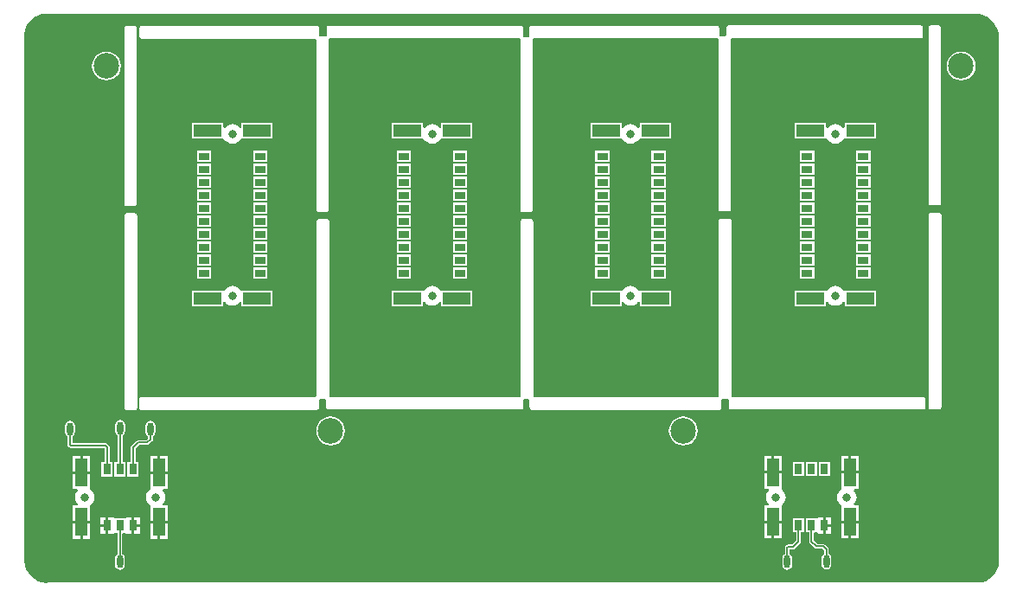
<source format=gtl>
G04*
G04 #@! TF.GenerationSoftware,Altium Limited,Altium Designer,20.1.8 (145)*
G04*
G04 Layer_Physical_Order=1*
G04 Layer_Color=824512*
%FSAX24Y24*%
%MOIN*%
G70*
G04*
G04 #@! TF.SameCoordinates,11B2BD8A-5282-4B5C-B75C-580E7C91704B*
G04*
G04*
G04 #@! TF.FilePolarity,Positive*
G04*
G01*
G75*
%ADD14O,0.0250X0.0500*%
%ADD15R,0.0433X0.0315*%
%ADD16R,0.1083X0.0472*%
%ADD17R,0.0472X0.1083*%
%ADD18R,0.0315X0.0433*%
%ADD26C,0.0060*%
%ADD27C,0.0315*%
%ADD28C,0.0984*%
%ADD29C,0.0240*%
G36*
X040006Y025696D02*
X040177Y025644D01*
X040334Y025560D01*
X040472Y025447D01*
X040586Y025309D01*
X040670Y025151D01*
X040722Y024980D01*
X040739Y024807D01*
X040734Y024782D01*
X040736Y019853D01*
X040737Y015375D01*
X040744Y015341D01*
X040748Y004612D01*
X040748Y004611D01*
X040733Y004456D01*
X040686Y004301D01*
X040609Y004158D01*
X040506Y004033D01*
X040381Y003930D01*
X040238Y003854D01*
X040083Y003807D01*
X039927Y003792D01*
X039925Y003792D01*
X004107D01*
X004107Y003794D01*
X004038Y003788D01*
X003870Y003804D01*
X003708Y003853D01*
X003559Y003933D01*
X003428Y004040D01*
X003321Y004171D01*
X003241Y004320D01*
X003192Y004482D01*
X003178Y004624D01*
X003178Y004674D01*
X003178D01*
X003177Y004723D01*
X003177Y024826D01*
X003177Y024871D01*
X003177Y024876D01*
X003181Y024923D01*
X003192Y025034D01*
X003240Y025191D01*
X003317Y025336D01*
X003421Y025463D01*
X003548Y025567D01*
X003693Y025644D01*
X003850Y025692D01*
X003969Y025704D01*
X004018Y025707D01*
X004018Y025707D01*
X004020Y025708D01*
X004067Y025710D01*
X039840Y025712D01*
X039840Y025712D01*
X040006Y025696D01*
D02*
G37*
%LPC*%
G36*
X038108Y025260D02*
X038108Y025260D01*
X038108Y025260D01*
X038093Y025257D01*
X038074Y025253D01*
X038074Y025253D01*
X038074D01*
X038064Y025246D01*
X038046Y025235D01*
X038046Y025235D01*
X038046Y025235D01*
X038035Y025217D01*
X038028Y025206D01*
Y025206D01*
X038028Y025206D01*
X038024Y025188D01*
X038021Y025173D01*
X038021Y025173D01*
X038021Y025173D01*
Y018410D01*
X038028Y018377D01*
X038046Y018349D01*
X038074Y018330D01*
X038108Y018323D01*
X038423D01*
X038456Y018330D01*
X038485Y018349D01*
X038503Y018377D01*
X038510Y018410D01*
Y025173D01*
X038507Y025188D01*
X038503Y025206D01*
X038503Y025206D01*
Y025206D01*
X038496Y025217D01*
X038485Y025235D01*
X038485Y025235D01*
X038485Y025235D01*
X038467Y025246D01*
X038456Y025253D01*
X038456D01*
X038456Y025253D01*
X038438Y025257D01*
X038423Y025260D01*
X038108Y025260D01*
D02*
G37*
G36*
X007108Y025240D02*
X007108Y025240D01*
X007108Y025240D01*
X007093Y025237D01*
X007074Y025233D01*
X007074Y025233D01*
X007074D01*
X007064Y025226D01*
X007046Y025215D01*
X007046Y025215D01*
X007046Y025215D01*
X007035Y025197D01*
X007028Y025186D01*
Y025186D01*
X007028Y025186D01*
X007024Y025168D01*
X007021Y025153D01*
X007021Y025153D01*
X007021Y025153D01*
Y018390D01*
X007028Y018357D01*
X007046Y018329D01*
X007074Y018310D01*
X007108Y018303D01*
X007423D01*
X007456Y018310D01*
X007485Y018329D01*
X007503Y018357D01*
X007507Y018374D01*
X007513Y018390D01*
X007513Y025163D01*
X007494Y025209D01*
X007494Y025209D01*
X007486Y025213D01*
X007485Y025215D01*
X007485Y025215D01*
X007485Y025215D01*
X007467Y025226D01*
X007456Y025233D01*
X007456D01*
X007456Y025233D01*
X007438Y025237D01*
X007423Y025240D01*
X007108Y025240D01*
D02*
G37*
G36*
X030320Y025263D02*
X030304Y025257D01*
X030287Y025253D01*
X030287Y025253D01*
X030287D01*
X030276Y025246D01*
X030259Y025235D01*
X030259Y025235D01*
X030259Y025235D01*
X030247Y025217D01*
X030240Y025206D01*
Y025206D01*
X030240Y025206D01*
X030236Y025188D01*
X030233Y025173D01*
X030233Y024858D01*
X030233Y024858D01*
X030187Y024837D01*
X030017D01*
X030005Y024834D01*
X029997Y024837D01*
X029962Y024863D01*
X029957Y024872D01*
Y025163D01*
X029950Y025196D01*
X029931Y025225D01*
X029903Y025243D01*
X029886Y025247D01*
X029870Y025253D01*
X022730Y025253D01*
X022714Y025247D01*
X022697Y025243D01*
X022697Y025243D01*
X022697D01*
X022686Y025236D01*
X022669Y025225D01*
X022669Y025225D01*
X022669Y025225D01*
X022657Y025207D01*
X022650Y025196D01*
Y025196D01*
X022650Y025196D01*
X022646Y025178D01*
X022643Y025163D01*
X022643Y024848D01*
X022643Y024848D01*
X022602Y024817D01*
X022432D01*
X022407Y024848D01*
Y025163D01*
X022400Y025196D01*
X022381Y025225D01*
X022353Y025243D01*
X022336Y025247D01*
X022320Y025253D01*
X014910Y025253D01*
X014894Y025247D01*
X014877Y025243D01*
X014877Y025243D01*
X014877D01*
X014866Y025236D01*
X014849Y025225D01*
X014849Y025225D01*
X014849Y025225D01*
X014837Y025207D01*
X014830Y025196D01*
Y025196D01*
X014830Y025196D01*
X014826Y025178D01*
X014823Y025163D01*
X014823Y024848D01*
X014823Y024848D01*
X014777Y024827D01*
X014556D01*
X014547Y024838D01*
Y025153D01*
X014540Y025186D01*
X014521Y025215D01*
X014493Y025233D01*
X014476Y025237D01*
X014460Y025243D01*
X007687Y025243D01*
X007641Y025224D01*
X007641Y025224D01*
X007638Y025216D01*
X007635Y025215D01*
X007635Y025215D01*
X007635Y025215D01*
X007624Y025197D01*
X007617Y025186D01*
Y025186D01*
X007617Y025186D01*
X007613Y025168D01*
X007610Y025153D01*
X007610Y024838D01*
X007610Y024838D01*
X007610Y024838D01*
X007613Y024823D01*
X007617Y024804D01*
X007617Y024804D01*
Y024804D01*
X007624Y024794D01*
X007635Y024776D01*
X007635Y024776D01*
X007635Y024776D01*
X007653Y024765D01*
X007664Y024758D01*
X007664D01*
X007664Y024758D01*
X007682Y024754D01*
X007697Y024751D01*
X007697Y024751D01*
X007697Y024751D01*
X014381D01*
X014427Y024701D01*
X014427Y018170D01*
X014433Y018154D01*
X014437Y018137D01*
X014437Y018137D01*
Y018137D01*
X014444Y018126D01*
X014455Y018109D01*
X014455Y018109D01*
X014455Y018109D01*
X014473Y018097D01*
X014484Y018090D01*
X014484D01*
X014484Y018090D01*
X014502Y018086D01*
X014517Y018083D01*
X014832Y018083D01*
X014832Y018083D01*
X014832Y018083D01*
X014847Y018086D01*
X014866Y018090D01*
X014866Y018090D01*
X014866D01*
X014876Y018097D01*
X014894Y018109D01*
X014894Y018109D01*
X014894Y018109D01*
X014905Y018126D01*
X014912Y018137D01*
Y018137D01*
X014912Y018137D01*
X014916Y018156D01*
X014919Y018170D01*
X014919Y018170D01*
X014919Y018170D01*
Y024740D01*
X014936Y024761D01*
X022245D01*
X022290Y024730D01*
Y018160D01*
X022293Y018146D01*
X022297Y018127D01*
X022297Y018127D01*
Y018127D01*
X022304Y018116D01*
X022315Y018099D01*
X022315Y018099D01*
X022315Y018099D01*
X022333Y018087D01*
X022344Y018080D01*
X022344D01*
X022344Y018080D01*
X022362Y018076D01*
X022377Y018073D01*
X022692Y018073D01*
X022692Y018073D01*
X022692Y018073D01*
X022707Y018076D01*
X022726Y018080D01*
X022726Y018080D01*
X022726D01*
X022736Y018087D01*
X022754Y018099D01*
X022754Y018099D01*
X022754Y018099D01*
X022765Y018116D01*
X022772Y018127D01*
Y018127D01*
X022772Y018127D01*
X022776Y018146D01*
X022779Y018160D01*
X022779Y018160D01*
X022779Y018160D01*
Y024730D01*
X022804Y024761D01*
X029870D01*
X029881Y024763D01*
X029884Y024762D01*
X029924Y024730D01*
X029927Y024725D01*
X029927Y018180D01*
X029933Y018164D01*
X029937Y018147D01*
X029937Y018147D01*
Y018147D01*
X029944Y018136D01*
X029955Y018119D01*
X029955Y018119D01*
X029955Y018119D01*
X029973Y018107D01*
X029984Y018100D01*
X029984D01*
X029984Y018100D01*
X030002Y018096D01*
X030017Y018093D01*
X030332Y018093D01*
X030332Y018093D01*
X030332Y018093D01*
X030347Y018096D01*
X030366Y018100D01*
X030366Y018100D01*
X030366D01*
X030376Y018107D01*
X030394Y018119D01*
X030394Y018119D01*
X030394Y018119D01*
X030405Y018136D01*
X030412Y018147D01*
Y018147D01*
X030412Y018147D01*
X030416Y018166D01*
X030419Y018180D01*
X030419Y018180D01*
X030419Y018180D01*
Y024750D01*
X030466Y024771D01*
X037730D01*
X037763Y024778D01*
X037791Y024796D01*
X037810Y024824D01*
X037817Y024858D01*
Y025173D01*
X037810Y025206D01*
X037791Y025235D01*
X037763Y025253D01*
X037746Y025257D01*
X037730Y025263D01*
X030320Y025263D01*
D02*
G37*
G36*
X006342Y024253D02*
X006197Y024234D01*
X006063Y024179D01*
X005948Y024090D01*
X005859Y023975D01*
X005804Y023840D01*
X005785Y023696D01*
X005804Y023552D01*
X005859Y023418D01*
X005948Y023302D01*
X006063Y023214D01*
X006197Y023158D01*
X006342Y023139D01*
X006486Y023158D01*
X006620Y023214D01*
X006735Y023302D01*
X006824Y023418D01*
X006879Y023552D01*
X006898Y023696D01*
X006879Y023840D01*
X006824Y023975D01*
X006735Y024090D01*
X006620Y024179D01*
X006486Y024234D01*
X006342Y024253D01*
D02*
G37*
G36*
X039286Y024253D02*
X039142Y024234D01*
X039007Y024179D01*
X038892Y024090D01*
X038803Y023975D01*
X038748Y023840D01*
X038729Y023696D01*
X038748Y023552D01*
X038803Y023418D01*
X038892Y023302D01*
X039007Y023214D01*
X039142Y023158D01*
X039286Y023139D01*
X039430Y023158D01*
X039564Y023214D01*
X039679Y023302D01*
X039768Y023418D01*
X039824Y023552D01*
X039843Y023696D01*
X039824Y023840D01*
X039768Y023975D01*
X039679Y024090D01*
X039564Y024179D01*
X039430Y024234D01*
X039286Y024253D01*
D02*
G37*
G36*
X035991Y021502D02*
X034789D01*
Y021325D01*
X034739Y021308D01*
X034703Y021355D01*
X034624Y021415D01*
X034533Y021453D01*
X034435Y021465D01*
X034338Y021453D01*
X034246Y021415D01*
X034168Y021355D01*
X034132Y021308D01*
X034082Y021325D01*
Y021502D01*
X032879D01*
Y020909D01*
X034082D01*
X034121Y020882D01*
X034168Y020820D01*
X034246Y020760D01*
X034338Y020722D01*
X034435Y020709D01*
X034533Y020722D01*
X034624Y020760D01*
X034703Y020820D01*
X034750Y020882D01*
X034789Y020909D01*
X035991D01*
Y021502D01*
D02*
G37*
G36*
X028101D02*
X026898D01*
Y021325D01*
X026848Y021308D01*
X026812Y021355D01*
X026734Y021415D01*
X026643Y021453D01*
X026545Y021465D01*
X026447Y021453D01*
X026356Y021415D01*
X026278Y021355D01*
X026242Y021308D01*
X026192Y021325D01*
Y021502D01*
X024989D01*
Y020909D01*
X026192D01*
X026230Y020882D01*
X026278Y020820D01*
X026356Y020760D01*
X026447Y020722D01*
X026545Y020709D01*
X026643Y020722D01*
X026734Y020760D01*
X026812Y020820D01*
X026860Y020882D01*
X026898Y020909D01*
X028101D01*
Y021502D01*
D02*
G37*
G36*
X020449D02*
X019246D01*
Y021325D01*
X019196Y021308D01*
X019160Y021355D01*
X019082Y021415D01*
X018990Y021453D01*
X018892Y021465D01*
X018795Y021453D01*
X018703Y021415D01*
X018625Y021355D01*
X018589Y021308D01*
X018539Y021325D01*
Y021502D01*
X017336D01*
Y020909D01*
X018539D01*
X018578Y020882D01*
X018625Y020820D01*
X018703Y020760D01*
X018795Y020722D01*
X018892Y020709D01*
X018990Y020722D01*
X019082Y020760D01*
X019160Y020820D01*
X019207Y020882D01*
X019246Y020909D01*
X020449D01*
Y021502D01*
D02*
G37*
G36*
X012750D02*
X011547D01*
Y021325D01*
X011497Y021308D01*
X011461Y021355D01*
X011383Y021415D01*
X011292Y021453D01*
X011194Y021465D01*
X011096Y021453D01*
X011005Y021415D01*
X010926Y021355D01*
X010890Y021308D01*
X010840Y021325D01*
Y021502D01*
X009638D01*
Y020909D01*
X010840D01*
X010879Y020882D01*
X010926Y020820D01*
X011005Y020760D01*
X011096Y020722D01*
X011194Y020709D01*
X011292Y020722D01*
X011383Y020760D01*
X011461Y020820D01*
X011508Y020882D01*
X011547Y020909D01*
X012750D01*
Y021502D01*
D02*
G37*
G36*
X035795Y020435D02*
X035242D01*
Y020000D01*
X035795D01*
Y020435D01*
D02*
G37*
G36*
X033629D02*
X033076D01*
Y020000D01*
X033629D01*
Y020435D01*
D02*
G37*
G36*
X027904D02*
X027351D01*
Y020000D01*
X027904D01*
Y020435D01*
D02*
G37*
G36*
X025739D02*
X025186D01*
Y020000D01*
X025739D01*
Y020435D01*
D02*
G37*
G36*
X020252D02*
X019699D01*
Y020000D01*
X020252D01*
Y020435D01*
D02*
G37*
G36*
X018086D02*
X017533D01*
Y020000D01*
X018086D01*
Y020435D01*
D02*
G37*
G36*
X012553D02*
X012000D01*
Y020000D01*
X012553D01*
Y020435D01*
D02*
G37*
G36*
X010387D02*
X009834D01*
Y020000D01*
X010387D01*
Y020435D01*
D02*
G37*
G36*
X035795Y019935D02*
X035242D01*
Y019500D01*
X035795D01*
Y019935D01*
D02*
G37*
G36*
X033629D02*
X033076D01*
Y019500D01*
X033629D01*
Y019935D01*
D02*
G37*
G36*
X027904D02*
X027351D01*
Y019500D01*
X027904D01*
Y019935D01*
D02*
G37*
G36*
X025739D02*
X025186D01*
Y019500D01*
X025739D01*
Y019935D01*
D02*
G37*
G36*
X020252D02*
X019699D01*
Y019500D01*
X020252D01*
Y019935D01*
D02*
G37*
G36*
X018086D02*
X017533D01*
Y019500D01*
X018086D01*
Y019935D01*
D02*
G37*
G36*
X012553D02*
X012000D01*
Y019500D01*
X012553D01*
Y019935D01*
D02*
G37*
G36*
X010387D02*
X009834D01*
Y019500D01*
X010387D01*
Y019935D01*
D02*
G37*
G36*
X035795Y019435D02*
X035242D01*
Y019000D01*
X035795D01*
Y019435D01*
D02*
G37*
G36*
X033629D02*
X033076D01*
Y019000D01*
X033629D01*
Y019435D01*
D02*
G37*
G36*
X027904D02*
X027351D01*
Y019000D01*
X027904D01*
Y019435D01*
D02*
G37*
G36*
X025739D02*
X025186D01*
Y019000D01*
X025739D01*
Y019435D01*
D02*
G37*
G36*
X020252D02*
X019699D01*
Y019000D01*
X020252D01*
Y019435D01*
D02*
G37*
G36*
X018086D02*
X017533D01*
Y019000D01*
X018086D01*
Y019435D01*
D02*
G37*
G36*
X012553D02*
X012000D01*
Y019000D01*
X012553D01*
Y019435D01*
D02*
G37*
G36*
X010387D02*
X009834D01*
Y019000D01*
X010387D01*
Y019435D01*
D02*
G37*
G36*
X035795Y018935D02*
X035242D01*
Y018500D01*
X035795D01*
Y018935D01*
D02*
G37*
G36*
X033629D02*
X033076D01*
Y018500D01*
X033629D01*
Y018935D01*
D02*
G37*
G36*
X027904D02*
X027351D01*
Y018500D01*
X027904D01*
Y018935D01*
D02*
G37*
G36*
X025739D02*
X025186D01*
Y018500D01*
X025739D01*
Y018935D01*
D02*
G37*
G36*
X020252D02*
X019699D01*
Y018500D01*
X020252D01*
Y018935D01*
D02*
G37*
G36*
X018086D02*
X017533D01*
Y018500D01*
X018086D01*
Y018935D01*
D02*
G37*
G36*
X012553D02*
X012000D01*
Y018500D01*
X012553D01*
Y018935D01*
D02*
G37*
G36*
X010387D02*
X009834D01*
Y018500D01*
X010387D01*
Y018935D01*
D02*
G37*
G36*
X038118Y018047D02*
X038118Y018047D01*
X038118Y018047D01*
X038103Y018044D01*
X038084Y018040D01*
X038084Y018040D01*
X038084D01*
X038074Y018033D01*
X038056Y018021D01*
X038056Y018021D01*
X038056Y018021D01*
X038045Y018004D01*
X038038Y017993D01*
Y017993D01*
X038038Y017993D01*
X038034Y017974D01*
X038031Y017960D01*
X038031Y017960D01*
X038031Y017960D01*
Y010550D01*
X038038Y010517D01*
X038056Y010489D01*
X038084Y010470D01*
X038118Y010463D01*
X038433D01*
X038466Y010470D01*
X038495Y010489D01*
X038513Y010517D01*
X038517Y010534D01*
X038523Y010550D01*
X038523Y017960D01*
X038517Y017976D01*
X038513Y017993D01*
X038513Y017993D01*
Y017993D01*
X038506Y018004D01*
X038495Y018021D01*
X038495Y018021D01*
X038495Y018021D01*
X038477Y018033D01*
X038466Y018040D01*
X038466D01*
X038466Y018040D01*
X038448Y018044D01*
X038433Y018047D01*
X038118Y018047D01*
D02*
G37*
G36*
X007118Y018027D02*
X007118Y018027D01*
X007118Y018027D01*
X007103Y018024D01*
X007084Y018020D01*
X007084Y018020D01*
X007084D01*
X007074Y018013D01*
X007056Y018001D01*
X007056Y018001D01*
X007056Y018001D01*
X007045Y017984D01*
X007038Y017973D01*
Y017973D01*
X007038Y017973D01*
X007034Y017954D01*
X007031Y017940D01*
X007031Y017940D01*
X007031Y017940D01*
Y010530D01*
X007038Y010497D01*
X007056Y010469D01*
X007084Y010450D01*
X007118Y010443D01*
X007433D01*
X007466Y010450D01*
X007495Y010469D01*
X007513Y010497D01*
X007517Y010514D01*
X007523Y010530D01*
X007523Y017940D01*
X007517Y017956D01*
X007513Y017973D01*
X007513Y017973D01*
Y017973D01*
X007506Y017984D01*
X007495Y018001D01*
X007495Y018001D01*
X007495Y018001D01*
X007477Y018013D01*
X007466Y018020D01*
X007466D01*
X007466Y018020D01*
X007448Y018024D01*
X007433Y018027D01*
X007118Y018027D01*
D02*
G37*
G36*
X035795Y018435D02*
X035242D01*
Y018000D01*
X035795D01*
Y018435D01*
D02*
G37*
G36*
X033629D02*
X033076D01*
Y018000D01*
X033629D01*
Y018435D01*
D02*
G37*
G36*
X027904D02*
X027351D01*
Y018000D01*
X027904D01*
Y018435D01*
D02*
G37*
G36*
X025739D02*
X025186D01*
Y018000D01*
X025739D01*
Y018435D01*
D02*
G37*
G36*
X020252D02*
X019699D01*
Y018000D01*
X020252D01*
Y018435D01*
D02*
G37*
G36*
X018086D02*
X017533D01*
Y018000D01*
X018086D01*
Y018435D01*
D02*
G37*
G36*
X012553D02*
X012000D01*
Y018000D01*
X012553D01*
Y018435D01*
D02*
G37*
G36*
X010387D02*
X009834D01*
Y018000D01*
X010387D01*
Y018435D01*
D02*
G37*
G36*
X035795Y017935D02*
X035242D01*
Y017500D01*
X035795D01*
Y017935D01*
D02*
G37*
G36*
X033629D02*
X033076D01*
Y017500D01*
X033629D01*
Y017935D01*
D02*
G37*
G36*
X027904D02*
X027351D01*
Y017500D01*
X027904D01*
Y017935D01*
D02*
G37*
G36*
X025739D02*
X025186D01*
Y017500D01*
X025739D01*
Y017935D01*
D02*
G37*
G36*
X020252D02*
X019699D01*
Y017500D01*
X020252D01*
Y017935D01*
D02*
G37*
G36*
X018086D02*
X017533D01*
Y017500D01*
X018086D01*
Y017935D01*
D02*
G37*
G36*
X012553D02*
X012000D01*
Y017500D01*
X012553D01*
Y017935D01*
D02*
G37*
G36*
X010387D02*
X009834D01*
Y017500D01*
X010387D01*
Y017935D01*
D02*
G37*
G36*
X035795Y017435D02*
X035242D01*
Y017000D01*
X035795D01*
Y017435D01*
D02*
G37*
G36*
X033629D02*
X033076D01*
Y017000D01*
X033629D01*
Y017435D01*
D02*
G37*
G36*
X027904D02*
X027351D01*
Y017000D01*
X027904D01*
Y017435D01*
D02*
G37*
G36*
X025739D02*
X025186D01*
Y017000D01*
X025739D01*
Y017435D01*
D02*
G37*
G36*
X020252D02*
X019699D01*
Y017000D01*
X020252D01*
Y017435D01*
D02*
G37*
G36*
X018086D02*
X017533D01*
Y017000D01*
X018086D01*
Y017435D01*
D02*
G37*
G36*
X012553D02*
X012000D01*
Y017000D01*
X012553D01*
Y017435D01*
D02*
G37*
G36*
X010387D02*
X009834D01*
Y017000D01*
X010387D01*
Y017435D01*
D02*
G37*
G36*
X035795Y016935D02*
X035242D01*
Y016500D01*
X035795D01*
Y016935D01*
D02*
G37*
G36*
X033629D02*
X033076D01*
Y016500D01*
X033629D01*
Y016935D01*
D02*
G37*
G36*
X027904D02*
X027351D01*
Y016500D01*
X027904D01*
Y016935D01*
D02*
G37*
G36*
X025739D02*
X025186D01*
Y016500D01*
X025739D01*
Y016935D01*
D02*
G37*
G36*
X020252D02*
X019699D01*
Y016500D01*
X020252D01*
Y016935D01*
D02*
G37*
G36*
X018086D02*
X017533D01*
Y016500D01*
X018086D01*
Y016935D01*
D02*
G37*
G36*
X012553D02*
X012000D01*
Y016500D01*
X012553D01*
Y016935D01*
D02*
G37*
G36*
X010387D02*
X009834D01*
Y016500D01*
X010387D01*
Y016935D01*
D02*
G37*
G36*
X035795Y016435D02*
X035242D01*
Y016000D01*
X035795D01*
Y016435D01*
D02*
G37*
G36*
X033629D02*
X033076D01*
Y016000D01*
X033629D01*
Y016435D01*
D02*
G37*
G36*
X027904D02*
X027351D01*
Y016000D01*
X027904D01*
Y016435D01*
D02*
G37*
G36*
X025739D02*
X025186D01*
Y016000D01*
X025739D01*
Y016435D01*
D02*
G37*
G36*
X020252D02*
X019699D01*
Y016000D01*
X020252D01*
Y016435D01*
D02*
G37*
G36*
X018086D02*
X017533D01*
Y016000D01*
X018086D01*
Y016435D01*
D02*
G37*
G36*
X012553D02*
X012000D01*
Y016000D01*
X012553D01*
Y016435D01*
D02*
G37*
G36*
X010387D02*
X009834D01*
Y016000D01*
X010387D01*
Y016435D01*
D02*
G37*
G36*
X035795Y015935D02*
X035242D01*
Y015500D01*
X035795D01*
Y015935D01*
D02*
G37*
G36*
X033629D02*
X033076D01*
Y015500D01*
X033629D01*
Y015935D01*
D02*
G37*
G36*
X027904D02*
X027351D01*
Y015500D01*
X027904D01*
Y015935D01*
D02*
G37*
G36*
X025739D02*
X025186D01*
Y015500D01*
X025739D01*
Y015935D01*
D02*
G37*
G36*
X020252D02*
X019699D01*
Y015500D01*
X020252D01*
Y015935D01*
D02*
G37*
G36*
X018086D02*
X017533D01*
Y015500D01*
X018086D01*
Y015935D01*
D02*
G37*
G36*
X012553D02*
X012000D01*
Y015500D01*
X012553D01*
Y015935D01*
D02*
G37*
G36*
X010387D02*
X009834D01*
Y015500D01*
X010387D01*
Y015935D01*
D02*
G37*
G36*
X034435Y015225D02*
X034338Y015212D01*
X034246Y015175D01*
X034168Y015114D01*
X034121Y015053D01*
X034082Y015025D01*
X032879D01*
Y014433D01*
X034082D01*
Y014610D01*
X034132Y014626D01*
X034168Y014580D01*
X034246Y014519D01*
X034338Y014482D01*
X034435Y014469D01*
X034533Y014482D01*
X034624Y014519D01*
X034703Y014580D01*
X034739Y014626D01*
X034789Y014610D01*
Y014433D01*
X035991D01*
Y015025D01*
X034789D01*
X034750Y015053D01*
X034703Y015114D01*
X034624Y015175D01*
X034533Y015212D01*
X034435Y015225D01*
D02*
G37*
G36*
X026545D02*
X026447Y015212D01*
X026356Y015175D01*
X026278Y015114D01*
X026230Y015053D01*
X026192Y015025D01*
X024989D01*
Y014433D01*
X026192D01*
Y014610D01*
X026242Y014626D01*
X026278Y014580D01*
X026356Y014519D01*
X026447Y014482D01*
X026545Y014469D01*
X026643Y014482D01*
X026734Y014519D01*
X026812Y014580D01*
X026848Y014626D01*
X026898Y014610D01*
Y014433D01*
X028101D01*
Y015025D01*
X026898D01*
X026860Y015053D01*
X026812Y015114D01*
X026734Y015175D01*
X026643Y015212D01*
X026545Y015225D01*
D02*
G37*
G36*
X018892D02*
X018795Y015212D01*
X018703Y015175D01*
X018625Y015114D01*
X018578Y015053D01*
X018539Y015025D01*
X017336D01*
Y014433D01*
X018539D01*
Y014610D01*
X018589Y014626D01*
X018625Y014580D01*
X018703Y014519D01*
X018795Y014482D01*
X018892Y014469D01*
X018990Y014482D01*
X019082Y014519D01*
X019160Y014580D01*
X019196Y014626D01*
X019246Y014610D01*
Y014433D01*
X020449D01*
Y015025D01*
X019246D01*
X019207Y015053D01*
X019160Y015114D01*
X019082Y015175D01*
X018990Y015212D01*
X018892Y015225D01*
D02*
G37*
G36*
X011194D02*
X011096Y015212D01*
X011005Y015175D01*
X010926Y015114D01*
X010879Y015053D01*
X010840Y015025D01*
X009638D01*
Y014433D01*
X010840D01*
Y014610D01*
X010890Y014626D01*
X010926Y014580D01*
X011005Y014519D01*
X011096Y014482D01*
X011194Y014469D01*
X011292Y014482D01*
X011383Y014519D01*
X011461Y014580D01*
X011497Y014626D01*
X011547Y014610D01*
Y014433D01*
X012750D01*
Y015025D01*
X011547D01*
X011508Y015053D01*
X011461Y015114D01*
X011383Y015175D01*
X011292Y015212D01*
X011194Y015225D01*
D02*
G37*
G36*
X030342Y017817D02*
X030027D01*
X029994Y017810D01*
X029965Y017791D01*
X029947Y017763D01*
X029943Y017746D01*
X029937Y017730D01*
X029937Y010957D01*
X029892Y010943D01*
X022837Y010943D01*
X022789Y010947D01*
Y017710D01*
X022782Y017743D01*
X022764Y017771D01*
X022736Y017790D01*
X022702Y017797D01*
X022387D01*
X022354Y017790D01*
X022325Y017771D01*
X022307Y017743D01*
X022303Y017726D01*
X022297Y017710D01*
X022297Y010953D01*
X014977Y010953D01*
X014929Y010957D01*
Y017720D01*
X014922Y017753D01*
X014904Y017781D01*
X014876Y017800D01*
X014842Y017807D01*
X014527D01*
X014494Y017800D01*
X014465Y017781D01*
X014447Y017753D01*
X014443Y017736D01*
X014437Y017720D01*
X014437Y010993D01*
X014388Y010943D01*
X007677Y010943D01*
X007631Y010924D01*
X007631Y010924D01*
X007628Y010916D01*
X007625Y010915D01*
X007625Y010915D01*
X007625Y010915D01*
X007614Y010897D01*
X007607Y010886D01*
Y010886D01*
X007607Y010886D01*
X007603Y010868D01*
X007600Y010853D01*
X007600Y010538D01*
X007600Y010538D01*
X007600Y010538D01*
X007603Y010523D01*
X007607Y010504D01*
X007607Y010504D01*
Y010504D01*
X007614Y010494D01*
X007625Y010476D01*
X007625Y010476D01*
X007625Y010476D01*
X007643Y010465D01*
X007654Y010458D01*
X007654D01*
X007654Y010458D01*
X007672Y010454D01*
X007687Y010451D01*
X007687Y010451D01*
X007687Y010451D01*
X014450D01*
X014483Y010458D01*
X014511Y010476D01*
X014530Y010504D01*
X014537Y010538D01*
Y010820D01*
X014580Y010870D01*
X014766Y010870D01*
X014813Y010820D01*
X014813Y010548D01*
X014813Y010548D01*
X014813Y010548D01*
X014816Y010533D01*
X014820Y010514D01*
X014820Y010514D01*
Y010514D01*
X014827Y010504D01*
X014839Y010486D01*
X014839Y010486D01*
X014839Y010486D01*
X014856Y010475D01*
X014867Y010468D01*
X014867D01*
X014867Y010468D01*
X014886Y010464D01*
X014900Y010461D01*
X014900Y010461D01*
X014900Y010461D01*
X022310D01*
X022343Y010468D01*
X022371Y010486D01*
X022390Y010514D01*
X022397Y010548D01*
Y010825D01*
X022432Y010860D01*
X022606Y010860D01*
X022653Y010810D01*
X022653Y010538D01*
X022653Y010538D01*
X022653Y010538D01*
X022656Y010523D01*
X022660Y010504D01*
X022660Y010504D01*
Y010504D01*
X022667Y010494D01*
X022679Y010476D01*
X022679Y010476D01*
X022679Y010476D01*
X022696Y010465D01*
X022707Y010458D01*
X022707D01*
X022707Y010458D01*
X022726Y010454D01*
X022740Y010451D01*
X022740Y010451D01*
X022740Y010451D01*
X029960D01*
X029993Y010458D01*
X030021Y010476D01*
X030040Y010504D01*
X030047Y010538D01*
Y010830D01*
X030086Y010880D01*
X030276Y010880D01*
X030282Y010878D01*
X030323Y010830D01*
X030323Y010548D01*
X030323Y010548D01*
X030323Y010548D01*
X030326Y010533D01*
X030330Y010514D01*
X030330Y010514D01*
Y010514D01*
X030337Y010504D01*
X030349Y010486D01*
X030349Y010486D01*
X030349Y010486D01*
X030366Y010475D01*
X030377Y010468D01*
X030377D01*
X030377Y010468D01*
X030396Y010464D01*
X030410Y010461D01*
X030410Y010461D01*
X030410Y010461D01*
X037820D01*
X037853Y010468D01*
X037881Y010486D01*
X037900Y010514D01*
X037907Y010548D01*
Y010863D01*
X037900Y010896D01*
X037881Y010925D01*
X037853Y010943D01*
X037836Y010947D01*
X037820Y010953D01*
X030476Y010953D01*
X030429Y010967D01*
Y017730D01*
X030422Y017763D01*
X030404Y017791D01*
X030376Y017810D01*
X030342Y017817D01*
D02*
G37*
G36*
X028576Y010193D02*
X028432Y010174D01*
X028298Y010118D01*
X028182Y010030D01*
X028094Y009914D01*
X028038Y009780D01*
X028019Y009636D01*
X028038Y009492D01*
X028094Y009358D01*
X028182Y009242D01*
X028298Y009154D01*
X028432Y009098D01*
X028576Y009079D01*
X028720Y009098D01*
X028855Y009154D01*
X028970Y009242D01*
X029059Y009358D01*
X029114Y009492D01*
X029133Y009636D01*
X029114Y009780D01*
X029059Y009914D01*
X028970Y010030D01*
X028855Y010118D01*
X028720Y010174D01*
X028576Y010193D01*
D02*
G37*
G36*
X014980D02*
X014835Y010174D01*
X014701Y010118D01*
X014586Y010030D01*
X014497Y009914D01*
X014442Y009780D01*
X014423Y009636D01*
X014442Y009492D01*
X014497Y009358D01*
X014586Y009242D01*
X014701Y009154D01*
X014835Y009098D01*
X014980Y009079D01*
X015124Y009098D01*
X015258Y009154D01*
X015373Y009242D01*
X015462Y009358D01*
X015518Y009492D01*
X015537Y009636D01*
X015518Y009780D01*
X015462Y009914D01*
X015373Y010030D01*
X015258Y010118D01*
X015124Y010174D01*
X014980Y010193D01*
D02*
G37*
G36*
X032361Y008683D02*
X032075D01*
Y008092D01*
X032361D01*
Y008683D01*
D02*
G37*
G36*
X031975D02*
X031689D01*
Y008092D01*
X031975D01*
Y008683D01*
D02*
G37*
G36*
X035337D02*
X035051D01*
Y008092D01*
X035337D01*
Y008683D01*
D02*
G37*
G36*
X034951D02*
X034665D01*
Y008092D01*
X034951D01*
Y008683D01*
D02*
G37*
G36*
X008694Y008676D02*
X008408D01*
Y008085D01*
X008694D01*
Y008676D01*
D02*
G37*
G36*
X005718D02*
X005432D01*
Y008085D01*
X005718D01*
Y008676D01*
D02*
G37*
G36*
X005332D02*
X005046D01*
Y008085D01*
X005332D01*
Y008676D01*
D02*
G37*
G36*
X008308D02*
X008022D01*
Y008085D01*
X008308D01*
Y008676D01*
D02*
G37*
G36*
X034230Y008446D02*
X033795D01*
Y007893D01*
X034230D01*
Y008446D01*
D02*
G37*
G36*
X033730D02*
X033295D01*
Y007893D01*
X033730D01*
Y008446D01*
D02*
G37*
G36*
X033230D02*
X032795D01*
Y007893D01*
X033230D01*
Y008446D01*
D02*
G37*
G36*
X008038Y010032D02*
X007966Y010018D01*
X007904Y009977D01*
X007864Y009916D01*
X007849Y009844D01*
Y009594D01*
X007864Y009521D01*
X007904Y009460D01*
X007946Y009432D01*
Y009346D01*
X007882Y009282D01*
X007560D01*
X007525Y009275D01*
X007495Y009255D01*
X007305Y009065D01*
X007285Y009035D01*
X007278Y009000D01*
Y008439D01*
X007153D01*
Y007886D01*
X007587D01*
Y008439D01*
X007462D01*
Y008962D01*
X007598Y009098D01*
X007920D01*
X007955Y009105D01*
X007985Y009125D01*
X008103Y009243D01*
X008123Y009273D01*
X008130Y009308D01*
Y009432D01*
X008171Y009460D01*
X008212Y009521D01*
X008226Y009594D01*
Y009844D01*
X008212Y009916D01*
X008171Y009977D01*
X008110Y010018D01*
X008038Y010032D01*
D02*
G37*
G36*
X006870Y010064D02*
X006798Y010049D01*
X006737Y010008D01*
X006696Y009947D01*
X006681Y009875D01*
Y009625D01*
X006696Y009553D01*
X006737Y009492D01*
X006778Y009464D01*
Y008439D01*
X006653D01*
Y007886D01*
X007087D01*
Y008439D01*
X006962D01*
Y009464D01*
X007003Y009492D01*
X007044Y009553D01*
X007059Y009625D01*
Y009875D01*
X007044Y009947D01*
X007003Y010008D01*
X006942Y010049D01*
X006870Y010064D01*
D02*
G37*
G36*
X004934Y010032D02*
X004862Y010018D01*
X004800Y009977D01*
X004759Y009916D01*
X004745Y009844D01*
Y009594D01*
X004759Y009521D01*
X004800Y009460D01*
X004842Y009432D01*
Y009115D01*
X004849Y009080D01*
X004869Y009050D01*
X004904Y009015D01*
X004934Y008995D01*
X004969Y008988D01*
X006262D01*
X006278Y008972D01*
Y008439D01*
X006153D01*
Y007886D01*
X006587D01*
Y008439D01*
X006462D01*
Y009010D01*
X006455Y009045D01*
X006435Y009075D01*
X006365Y009145D01*
X006335Y009165D01*
X006300Y009172D01*
X005025D01*
Y009432D01*
X005067Y009460D01*
X005108Y009521D01*
X005122Y009594D01*
Y009844D01*
X005108Y009916D01*
X005067Y009977D01*
X005006Y010018D01*
X004934Y010032D01*
D02*
G37*
G36*
X035337Y007992D02*
X035001D01*
X034665D01*
Y007401D01*
X034665Y007401D01*
X034665D01*
X034632Y007367D01*
X034616Y007355D01*
X034555Y007276D01*
X034518Y007185D01*
X034505Y007087D01*
X034518Y006989D01*
X034555Y006898D01*
X034616Y006820D01*
X034632Y006807D01*
X034665Y006774D01*
X034665D01*
X034665Y006774D01*
Y006182D01*
X035001D01*
X035337D01*
Y006774D01*
X035166D01*
X035159Y006793D01*
X035154Y006824D01*
X035211Y006898D01*
X035248Y006989D01*
X035261Y007087D01*
X035248Y007185D01*
X035211Y007276D01*
X035154Y007351D01*
X035159Y007381D01*
X035166Y007401D01*
X035337D01*
Y007992D01*
D02*
G37*
G36*
X008694Y007985D02*
X008358D01*
X008022D01*
Y007393D01*
X008022Y007393D01*
X008022D01*
X007989Y007360D01*
X007973Y007347D01*
X007913Y007269D01*
X007875Y007178D01*
X007862Y007080D01*
X007875Y006982D01*
X007913Y006891D01*
X007973Y006813D01*
X007989Y006800D01*
X008022Y006767D01*
X008022D01*
X008022Y006767D01*
Y006175D01*
X008358D01*
X008694D01*
Y006767D01*
X008523D01*
X008517Y006786D01*
X008511Y006817D01*
X008568Y006891D01*
X008605Y006982D01*
X008618Y007080D01*
X008605Y007178D01*
X008568Y007269D01*
X008511Y007343D01*
X008517Y007374D01*
X008523Y007393D01*
X008694D01*
Y007985D01*
D02*
G37*
G36*
X032361Y007992D02*
X032025D01*
X031689D01*
Y007401D01*
X031860D01*
X031866Y007381D01*
X031872Y007351D01*
X031815Y007276D01*
X031778Y007185D01*
X031765Y007087D01*
X031778Y006989D01*
X031815Y006898D01*
X031872Y006824D01*
X031866Y006793D01*
X031860Y006774D01*
X031689D01*
Y006183D01*
X032025D01*
X032361D01*
Y006774D01*
X032361Y006774D01*
X032361D01*
X032394Y006808D01*
X032410Y006820D01*
X032470Y006898D01*
X032508Y006989D01*
X032521Y007087D01*
X032508Y007185D01*
X032470Y007276D01*
X032410Y007355D01*
X032394Y007367D01*
X032361Y007401D01*
X032361D01*
X032361Y007401D01*
Y007992D01*
D02*
G37*
G36*
X005718Y007985D02*
X005382D01*
X005046D01*
Y007393D01*
X005217D01*
X005223Y007374D01*
X005229Y007343D01*
X005172Y007269D01*
X005135Y007178D01*
X005122Y007080D01*
X005135Y006982D01*
X005172Y006891D01*
X005229Y006817D01*
X005223Y006786D01*
X005217Y006767D01*
X005046D01*
Y006175D01*
X005382D01*
X005718D01*
Y006767D01*
X005718Y006767D01*
X005718D01*
X005751Y006800D01*
X005767Y006813D01*
X005827Y006891D01*
X005865Y006982D01*
X005878Y007080D01*
X005865Y007178D01*
X005827Y007269D01*
X005767Y007347D01*
X005751Y007360D01*
X005718Y007393D01*
X005718D01*
X005718Y007393D01*
Y007985D01*
D02*
G37*
G36*
X007320Y006314D02*
X007113D01*
Y006313D01*
X007087Y006274D01*
X007063Y006274D01*
X006677D01*
X006653Y006274D01*
X006627Y006313D01*
Y006314D01*
X006420D01*
Y005997D01*
Y005681D01*
X006627D01*
Y005681D01*
X006653Y005721D01*
X006677Y005721D01*
X006768D01*
Y004886D01*
X006727Y004858D01*
X006686Y004797D01*
X006671Y004725D01*
Y004475D01*
X006686Y004403D01*
X006727Y004342D01*
X006788Y004301D01*
X006860Y004286D01*
X006932Y004301D01*
X006993Y004342D01*
X007034Y004403D01*
X007049Y004475D01*
Y004725D01*
X007034Y004797D01*
X006993Y004858D01*
X006952Y004886D01*
Y005685D01*
X006987Y005721D01*
X007087Y005721D01*
X007113Y005681D01*
Y005681D01*
X007320D01*
Y005997D01*
X007370D01*
D01*
X007320D01*
Y006314D01*
D02*
G37*
G36*
X034270Y006321D02*
X034063D01*
Y006055D01*
X034270D01*
Y006321D01*
D02*
G37*
G36*
X007627Y006314D02*
X007420D01*
Y006047D01*
X007627D01*
Y006314D01*
D02*
G37*
G36*
X006320D02*
X006113D01*
Y006047D01*
X006320D01*
Y006314D01*
D02*
G37*
G36*
X034270Y005955D02*
X034063D01*
Y005688D01*
X034270D01*
Y005955D01*
D02*
G37*
G36*
X033963Y006321D02*
X033755D01*
Y006321D01*
X033730Y006281D01*
X033705Y006281D01*
X033295D01*
Y005728D01*
X033421D01*
Y005387D01*
X033428Y005352D01*
X033448Y005322D01*
X033645Y005125D01*
X033675Y005105D01*
X033710Y005098D01*
X033932D01*
X034000Y005030D01*
Y004908D01*
X033959Y004880D01*
X033918Y004819D01*
X033904Y004746D01*
Y004496D01*
X033918Y004424D01*
X033959Y004363D01*
X034020Y004322D01*
X034092Y004308D01*
X034164Y004322D01*
X034226Y004363D01*
X034266Y004424D01*
X034281Y004496D01*
Y004746D01*
X034266Y004819D01*
X034226Y004880D01*
X034184Y004908D01*
Y005068D01*
X034177Y005103D01*
X034157Y005133D01*
X034035Y005255D01*
X034005Y005275D01*
X033970Y005282D01*
X033748D01*
X033605Y005425D01*
Y005693D01*
X033640Y005728D01*
X033730Y005728D01*
X033755Y005688D01*
Y005688D01*
X033963D01*
Y006005D01*
Y006321D01*
D02*
G37*
G36*
X007627Y005947D02*
X007420D01*
Y005681D01*
X007627D01*
Y005947D01*
D02*
G37*
G36*
X006320D02*
X006113D01*
Y005681D01*
X006320D01*
Y005947D01*
D02*
G37*
G36*
X035337Y006082D02*
X035051D01*
Y005491D01*
X035337D01*
Y006082D01*
D02*
G37*
G36*
X034951D02*
X034665D01*
Y005491D01*
X034951D01*
Y006082D01*
D02*
G37*
G36*
X032361Y006083D02*
X032075D01*
Y005491D01*
X032361D01*
Y006083D01*
D02*
G37*
G36*
X031975D02*
X031689D01*
Y005491D01*
X031975D01*
Y006083D01*
D02*
G37*
G36*
X008694Y006075D02*
X008408D01*
Y005484D01*
X008694D01*
Y006075D01*
D02*
G37*
G36*
X008308D02*
X008022D01*
Y005484D01*
X008308D01*
Y006075D01*
D02*
G37*
G36*
X005718D02*
X005432D01*
Y005484D01*
X005718D01*
Y006075D01*
D02*
G37*
G36*
X005332D02*
X005046D01*
Y005484D01*
X005332D01*
Y006075D01*
D02*
G37*
G36*
X033230Y006281D02*
X032795D01*
Y005728D01*
X032921D01*
Y005411D01*
X032772Y005262D01*
X032617D01*
X032582Y005255D01*
X032552Y005235D01*
X032517Y005200D01*
X032497Y005170D01*
X032490Y005135D01*
Y004888D01*
X032449Y004860D01*
X032408Y004799D01*
X032394Y004726D01*
Y004476D01*
X032408Y004404D01*
X032449Y004343D01*
X032510Y004302D01*
X032582Y004288D01*
X032654Y004302D01*
X032716Y004343D01*
X032756Y004404D01*
X032771Y004476D01*
Y004726D01*
X032756Y004799D01*
X032716Y004860D01*
X032674Y004888D01*
Y005078D01*
X032810D01*
X032845Y005085D01*
X032875Y005105D01*
X033078Y005308D01*
X033098Y005338D01*
X033105Y005373D01*
Y005728D01*
X033230D01*
Y006281D01*
D02*
G37*
%LPD*%
D14*
X004934Y009719D02*
D03*
X006860Y004600D02*
D03*
X006870Y009750D02*
D03*
X008038Y009719D02*
D03*
X032582Y004601D02*
D03*
X034092Y004621D02*
D03*
D15*
X033353Y015717D02*
D03*
Y016217D02*
D03*
Y016717D02*
D03*
Y017217D02*
D03*
Y017717D02*
D03*
Y018217D02*
D03*
Y018717D02*
D03*
Y019217D02*
D03*
Y019717D02*
D03*
Y020217D02*
D03*
X035518Y015717D02*
D03*
Y016217D02*
D03*
Y016717D02*
D03*
Y017217D02*
D03*
Y017717D02*
D03*
Y018217D02*
D03*
Y018717D02*
D03*
Y019217D02*
D03*
Y019717D02*
D03*
Y020217D02*
D03*
X025462Y015717D02*
D03*
Y016217D02*
D03*
Y016717D02*
D03*
Y017217D02*
D03*
Y017717D02*
D03*
Y018217D02*
D03*
Y018717D02*
D03*
Y019217D02*
D03*
Y019717D02*
D03*
Y020217D02*
D03*
X027628Y015717D02*
D03*
Y016217D02*
D03*
Y016717D02*
D03*
Y017217D02*
D03*
Y017717D02*
D03*
Y018217D02*
D03*
Y018717D02*
D03*
Y019217D02*
D03*
Y019717D02*
D03*
Y020217D02*
D03*
X017810Y015717D02*
D03*
Y016217D02*
D03*
Y016717D02*
D03*
Y017217D02*
D03*
Y017717D02*
D03*
Y018217D02*
D03*
Y018717D02*
D03*
Y019217D02*
D03*
Y019717D02*
D03*
Y020217D02*
D03*
X019975Y015717D02*
D03*
Y016217D02*
D03*
Y016717D02*
D03*
Y017217D02*
D03*
Y017717D02*
D03*
Y018217D02*
D03*
Y018717D02*
D03*
Y019217D02*
D03*
Y019717D02*
D03*
Y020217D02*
D03*
X010111Y015717D02*
D03*
Y016217D02*
D03*
Y016717D02*
D03*
Y017217D02*
D03*
Y017717D02*
D03*
Y018217D02*
D03*
Y018717D02*
D03*
Y019217D02*
D03*
Y019717D02*
D03*
Y020217D02*
D03*
X012276Y015717D02*
D03*
Y016217D02*
D03*
Y016717D02*
D03*
Y017217D02*
D03*
Y017717D02*
D03*
Y018217D02*
D03*
Y018717D02*
D03*
Y019217D02*
D03*
Y019717D02*
D03*
Y020217D02*
D03*
D16*
X033481Y014729D02*
D03*
Y021205D02*
D03*
X035390Y014729D02*
D03*
Y021205D02*
D03*
X025590Y014729D02*
D03*
Y021205D02*
D03*
X027500Y014729D02*
D03*
Y021205D02*
D03*
X017938Y014729D02*
D03*
Y021205D02*
D03*
X019847Y014729D02*
D03*
Y021205D02*
D03*
X010239Y014729D02*
D03*
Y021205D02*
D03*
X012148Y014729D02*
D03*
Y021205D02*
D03*
D17*
X032025Y006132D02*
D03*
Y008042D02*
D03*
X035001D02*
D03*
Y006132D02*
D03*
X008358Y008035D02*
D03*
Y006125D02*
D03*
X005382D02*
D03*
Y008035D02*
D03*
D18*
X033013Y008170D02*
D03*
X033513D02*
D03*
X034013D02*
D03*
X033013Y006005D02*
D03*
X033513D02*
D03*
X034013D02*
D03*
X007370Y005997D02*
D03*
X006870D02*
D03*
X006370D02*
D03*
X007370Y008163D02*
D03*
X006870D02*
D03*
X006370D02*
D03*
D26*
X032617Y005170D02*
X032810D01*
X032582Y004601D02*
Y005135D01*
X032617Y005170D01*
X033013Y005373D02*
Y006005D01*
X032810Y005170D02*
X033013Y005373D01*
X034092Y004621D02*
Y005068D01*
X033710Y005190D02*
X033970D01*
X034092Y005068D01*
X033513Y005387D02*
Y006005D01*
Y005387D02*
X033710Y005190D01*
X004934Y009115D02*
X004969Y009080D01*
X006300D01*
X004934Y009115D02*
Y009719D01*
X006300Y009080D02*
X006370Y009010D01*
Y008163D02*
Y009010D01*
X008038Y009308D02*
Y009719D01*
X007920Y009190D02*
X008038Y009308D01*
X007370Y009000D02*
X007560Y009190D01*
X007920D01*
X007370Y008163D02*
Y009000D01*
X006870Y008163D02*
Y009750D01*
X006860Y005987D02*
X006870Y005997D01*
X006860Y004600D02*
Y005987D01*
D27*
X034435Y014847D02*
D03*
Y021087D02*
D03*
X026545Y014847D02*
D03*
Y021087D02*
D03*
X018892Y014847D02*
D03*
Y021087D02*
D03*
X011194Y014847D02*
D03*
Y021087D02*
D03*
X032143Y007087D02*
D03*
X034883D02*
D03*
X008240Y007080D02*
D03*
X005500D02*
D03*
D28*
X039286Y023696D02*
D03*
X006342Y023696D02*
D03*
X028576Y009636D02*
D03*
X014980D02*
D03*
D29*
X010195Y020222D02*
D03*
X010185Y019722D02*
D03*
Y019212D02*
D03*
Y018712D02*
D03*
Y018222D02*
D03*
Y017712D02*
D03*
Y017212D02*
D03*
X010195Y016722D02*
D03*
X010185Y016212D02*
D03*
Y015722D02*
D03*
X012195D02*
D03*
Y016222D02*
D03*
Y016712D02*
D03*
Y017222D02*
D03*
Y017722D02*
D03*
Y018222D02*
D03*
Y018722D02*
D03*
Y019212D02*
D03*
Y019722D02*
D03*
Y020222D02*
D03*
X017885D02*
D03*
Y019722D02*
D03*
Y019222D02*
D03*
Y018712D02*
D03*
Y018212D02*
D03*
X017895Y017712D02*
D03*
X017875Y017212D02*
D03*
X017885Y016722D02*
D03*
Y016212D02*
D03*
X017895Y015722D02*
D03*
X019895Y015712D02*
D03*
Y016222D02*
D03*
X019885Y016712D02*
D03*
Y017212D02*
D03*
Y017712D02*
D03*
X019895Y018212D02*
D03*
Y018722D02*
D03*
Y019212D02*
D03*
Y019712D02*
D03*
X019905Y020212D02*
D03*
X025535D02*
D03*
Y019712D02*
D03*
Y019222D02*
D03*
Y018712D02*
D03*
X025545Y018212D02*
D03*
X025535Y017722D02*
D03*
X025545Y017222D02*
D03*
X025535Y016702D02*
D03*
Y016212D02*
D03*
Y015712D02*
D03*
X027545D02*
D03*
X027555Y016212D02*
D03*
X027545Y016722D02*
D03*
X027555Y017222D02*
D03*
X027535Y017712D02*
D03*
X027555Y018222D02*
D03*
Y018722D02*
D03*
X027545Y019222D02*
D03*
Y019722D02*
D03*
Y020222D02*
D03*
X033430Y015720D02*
D03*
X033440Y016210D02*
D03*
Y016720D02*
D03*
X033430Y017220D02*
D03*
X033440Y017720D02*
D03*
Y018220D02*
D03*
Y018710D02*
D03*
Y019220D02*
D03*
X033420Y019710D02*
D03*
X033430Y020220D02*
D03*
X035430Y015720D02*
D03*
X035442Y016706D02*
D03*
X035430Y016220D02*
D03*
X035440Y017230D02*
D03*
X035430Y017710D02*
D03*
X035440Y018220D02*
D03*
Y018720D02*
D03*
Y019220D02*
D03*
Y019720D02*
D03*
Y020220D02*
D03*
X036140Y004540D02*
D03*
X009850Y007110D02*
D03*
X034511Y012306D02*
D03*
X026551Y012196D02*
D03*
X018921Y012246D02*
D03*
X011111Y011986D02*
D03*
M02*

</source>
